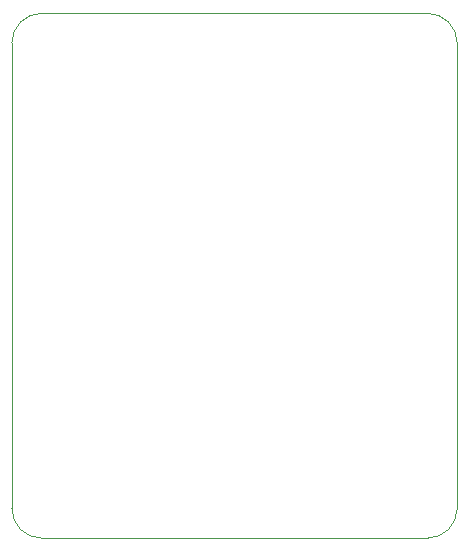
<source format=gbr>
G04 #@! TF.GenerationSoftware,KiCad,Pcbnew,5.1.6-c6e7f7d~87~ubuntu20.04.1*
G04 #@! TF.CreationDate,2020-11-08T20:48:53+01:00*
G04 #@! TF.ProjectId,soil_humidity_module,736f696c-5f68-4756-9d69-646974795f6d,rev?*
G04 #@! TF.SameCoordinates,Original*
G04 #@! TF.FileFunction,Profile,NP*
%FSLAX46Y46*%
G04 Gerber Fmt 4.6, Leading zero omitted, Abs format (unit mm)*
G04 Created by KiCad (PCBNEW 5.1.6-c6e7f7d~87~ubuntu20.04.1) date 2020-11-08 20:48:53*
%MOMM*%
%LPD*%
G01*
G04 APERTURE LIST*
G04 #@! TA.AperFunction,Profile*
%ADD10C,0.100000*%
G04 #@! TD*
G04 APERTURE END LIST*
D10*
X173609000Y-126365000D02*
G75*
G02*
X171069000Y-128905000I-2540000J0D01*
G01*
X138430000Y-128905000D02*
G75*
G02*
X135890000Y-126365000I0J2540000D01*
G01*
X171069000Y-84455000D02*
G75*
G02*
X173609000Y-86995000I0J-2540000D01*
G01*
X135890000Y-86995000D02*
G75*
G02*
X138430000Y-84455000I2540000J0D01*
G01*
X135890000Y-126365000D02*
X135890000Y-86995000D01*
X171069000Y-128905000D02*
X138430000Y-128905000D01*
X173609000Y-86995000D02*
X173609000Y-126365000D01*
X138430000Y-84455000D02*
X171069000Y-84455000D01*
M02*

</source>
